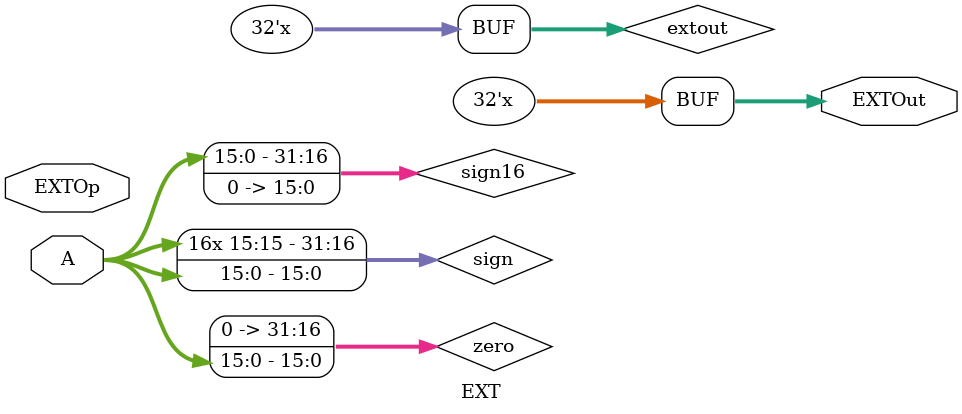
<source format=v>
`timescale 1ns / 1ps
module EXT(
	 input [15:0] A,
    input [1:0] EXTOp,
    output [31:0] EXTOut
    );
	 reg [31:0] zero;
	 reg [31:0] sign;
	 reg [31:0] sign16;
	 reg [31:0] extout;
	 always @* begin
	 zero[15:0] <= A;
	 zero[31:16] <= 0;
	 
	 sign[15:0] <= A[15:0];
	 sign[31:16] <= {16{A[15]}};
	
	 sign16[15:0] <= 0;
	 sign16[31:16] <= A[15:0];
	 
	 if (EXTOp == 0)
		extout <= zero;
	else if (EXTOp == 1)
		extout <= sign;
	else if (EXTOp == 2)
		extout <= sign16;
	 end
	 assign EXTOut = extout;

endmodule

</source>
